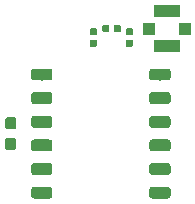
<source format=gtp>
G04 #@! TF.GenerationSoftware,KiCad,Pcbnew,(5.0.1)-3*
G04 #@! TF.CreationDate,2018-12-06T00:17:23+01:00*
G04 #@! TF.ProjectId,air602bob,616972363032626F622E6B696361645F,rev?*
G04 #@! TF.SameCoordinates,Original*
G04 #@! TF.FileFunction,Paste,Top*
G04 #@! TF.FilePolarity,Positive*
%FSLAX46Y46*%
G04 Gerber Fmt 4.6, Leading zero omitted, Abs format (unit mm)*
G04 Created by KiCad (PCBNEW (5.0.1)-3) date 06/12/2018 00:17:23*
%MOMM*%
%LPD*%
G01*
G04 APERTURE LIST*
%ADD10R,2.200000X1.050000*%
%ADD11R,1.000000X1.000000*%
%ADD12C,0.100000*%
%ADD13C,0.950000*%
%ADD14C,0.590000*%
%ADD15C,1.000000*%
G04 APERTURE END LIST*
D10*
G04 #@! TO.C,XA1*
X79248000Y-89965000D03*
X79248000Y-92915000D03*
D11*
X80748000Y-91440000D03*
X77748000Y-91440000D03*
G04 #@! TD*
D12*
G04 #@! TO.C,C3*
G36*
X66300779Y-100681144D02*
X66323834Y-100684563D01*
X66346443Y-100690227D01*
X66368387Y-100698079D01*
X66389457Y-100708044D01*
X66409448Y-100720026D01*
X66428168Y-100733910D01*
X66445438Y-100749562D01*
X66461090Y-100766832D01*
X66474974Y-100785552D01*
X66486956Y-100805543D01*
X66496921Y-100826613D01*
X66504773Y-100848557D01*
X66510437Y-100871166D01*
X66513856Y-100894221D01*
X66515000Y-100917500D01*
X66515000Y-101492500D01*
X66513856Y-101515779D01*
X66510437Y-101538834D01*
X66504773Y-101561443D01*
X66496921Y-101583387D01*
X66486956Y-101604457D01*
X66474974Y-101624448D01*
X66461090Y-101643168D01*
X66445438Y-101660438D01*
X66428168Y-101676090D01*
X66409448Y-101689974D01*
X66389457Y-101701956D01*
X66368387Y-101711921D01*
X66346443Y-101719773D01*
X66323834Y-101725437D01*
X66300779Y-101728856D01*
X66277500Y-101730000D01*
X65802500Y-101730000D01*
X65779221Y-101728856D01*
X65756166Y-101725437D01*
X65733557Y-101719773D01*
X65711613Y-101711921D01*
X65690543Y-101701956D01*
X65670552Y-101689974D01*
X65651832Y-101676090D01*
X65634562Y-101660438D01*
X65618910Y-101643168D01*
X65605026Y-101624448D01*
X65593044Y-101604457D01*
X65583079Y-101583387D01*
X65575227Y-101561443D01*
X65569563Y-101538834D01*
X65566144Y-101515779D01*
X65565000Y-101492500D01*
X65565000Y-100917500D01*
X65566144Y-100894221D01*
X65569563Y-100871166D01*
X65575227Y-100848557D01*
X65583079Y-100826613D01*
X65593044Y-100805543D01*
X65605026Y-100785552D01*
X65618910Y-100766832D01*
X65634562Y-100749562D01*
X65651832Y-100733910D01*
X65670552Y-100720026D01*
X65690543Y-100708044D01*
X65711613Y-100698079D01*
X65733557Y-100690227D01*
X65756166Y-100684563D01*
X65779221Y-100681144D01*
X65802500Y-100680000D01*
X66277500Y-100680000D01*
X66300779Y-100681144D01*
X66300779Y-100681144D01*
G37*
D13*
X66040000Y-101205000D03*
D12*
G36*
X66300779Y-98931144D02*
X66323834Y-98934563D01*
X66346443Y-98940227D01*
X66368387Y-98948079D01*
X66389457Y-98958044D01*
X66409448Y-98970026D01*
X66428168Y-98983910D01*
X66445438Y-98999562D01*
X66461090Y-99016832D01*
X66474974Y-99035552D01*
X66486956Y-99055543D01*
X66496921Y-99076613D01*
X66504773Y-99098557D01*
X66510437Y-99121166D01*
X66513856Y-99144221D01*
X66515000Y-99167500D01*
X66515000Y-99742500D01*
X66513856Y-99765779D01*
X66510437Y-99788834D01*
X66504773Y-99811443D01*
X66496921Y-99833387D01*
X66486956Y-99854457D01*
X66474974Y-99874448D01*
X66461090Y-99893168D01*
X66445438Y-99910438D01*
X66428168Y-99926090D01*
X66409448Y-99939974D01*
X66389457Y-99951956D01*
X66368387Y-99961921D01*
X66346443Y-99969773D01*
X66323834Y-99975437D01*
X66300779Y-99978856D01*
X66277500Y-99980000D01*
X65802500Y-99980000D01*
X65779221Y-99978856D01*
X65756166Y-99975437D01*
X65733557Y-99969773D01*
X65711613Y-99961921D01*
X65690543Y-99951956D01*
X65670552Y-99939974D01*
X65651832Y-99926090D01*
X65634562Y-99910438D01*
X65618910Y-99893168D01*
X65605026Y-99874448D01*
X65593044Y-99854457D01*
X65583079Y-99833387D01*
X65575227Y-99811443D01*
X65569563Y-99788834D01*
X65566144Y-99765779D01*
X65565000Y-99742500D01*
X65565000Y-99167500D01*
X65566144Y-99144221D01*
X65569563Y-99121166D01*
X65575227Y-99098557D01*
X65583079Y-99076613D01*
X65593044Y-99055543D01*
X65605026Y-99035552D01*
X65618910Y-99016832D01*
X65634562Y-98999562D01*
X65651832Y-98983910D01*
X65670552Y-98970026D01*
X65690543Y-98958044D01*
X65711613Y-98948079D01*
X65733557Y-98940227D01*
X65756166Y-98934563D01*
X65779221Y-98931144D01*
X65802500Y-98930000D01*
X66277500Y-98930000D01*
X66300779Y-98931144D01*
X66300779Y-98931144D01*
G37*
D13*
X66040000Y-99455000D03*
G04 #@! TD*
D12*
G04 #@! TO.C,C2*
G36*
X73211958Y-91422710D02*
X73226276Y-91424834D01*
X73240317Y-91428351D01*
X73253946Y-91433228D01*
X73267031Y-91439417D01*
X73279447Y-91446858D01*
X73291073Y-91455481D01*
X73301798Y-91465202D01*
X73311519Y-91475927D01*
X73320142Y-91487553D01*
X73327583Y-91499969D01*
X73333772Y-91513054D01*
X73338649Y-91526683D01*
X73342166Y-91540724D01*
X73344290Y-91555042D01*
X73345000Y-91569500D01*
X73345000Y-91864500D01*
X73344290Y-91878958D01*
X73342166Y-91893276D01*
X73338649Y-91907317D01*
X73333772Y-91920946D01*
X73327583Y-91934031D01*
X73320142Y-91946447D01*
X73311519Y-91958073D01*
X73301798Y-91968798D01*
X73291073Y-91978519D01*
X73279447Y-91987142D01*
X73267031Y-91994583D01*
X73253946Y-92000772D01*
X73240317Y-92005649D01*
X73226276Y-92009166D01*
X73211958Y-92011290D01*
X73197500Y-92012000D01*
X72852500Y-92012000D01*
X72838042Y-92011290D01*
X72823724Y-92009166D01*
X72809683Y-92005649D01*
X72796054Y-92000772D01*
X72782969Y-91994583D01*
X72770553Y-91987142D01*
X72758927Y-91978519D01*
X72748202Y-91968798D01*
X72738481Y-91958073D01*
X72729858Y-91946447D01*
X72722417Y-91934031D01*
X72716228Y-91920946D01*
X72711351Y-91907317D01*
X72707834Y-91893276D01*
X72705710Y-91878958D01*
X72705000Y-91864500D01*
X72705000Y-91569500D01*
X72705710Y-91555042D01*
X72707834Y-91540724D01*
X72711351Y-91526683D01*
X72716228Y-91513054D01*
X72722417Y-91499969D01*
X72729858Y-91487553D01*
X72738481Y-91475927D01*
X72748202Y-91465202D01*
X72758927Y-91455481D01*
X72770553Y-91446858D01*
X72782969Y-91439417D01*
X72796054Y-91433228D01*
X72809683Y-91428351D01*
X72823724Y-91424834D01*
X72838042Y-91422710D01*
X72852500Y-91422000D01*
X73197500Y-91422000D01*
X73211958Y-91422710D01*
X73211958Y-91422710D01*
G37*
D14*
X73025000Y-91717000D03*
D12*
G36*
X73211958Y-92392710D02*
X73226276Y-92394834D01*
X73240317Y-92398351D01*
X73253946Y-92403228D01*
X73267031Y-92409417D01*
X73279447Y-92416858D01*
X73291073Y-92425481D01*
X73301798Y-92435202D01*
X73311519Y-92445927D01*
X73320142Y-92457553D01*
X73327583Y-92469969D01*
X73333772Y-92483054D01*
X73338649Y-92496683D01*
X73342166Y-92510724D01*
X73344290Y-92525042D01*
X73345000Y-92539500D01*
X73345000Y-92834500D01*
X73344290Y-92848958D01*
X73342166Y-92863276D01*
X73338649Y-92877317D01*
X73333772Y-92890946D01*
X73327583Y-92904031D01*
X73320142Y-92916447D01*
X73311519Y-92928073D01*
X73301798Y-92938798D01*
X73291073Y-92948519D01*
X73279447Y-92957142D01*
X73267031Y-92964583D01*
X73253946Y-92970772D01*
X73240317Y-92975649D01*
X73226276Y-92979166D01*
X73211958Y-92981290D01*
X73197500Y-92982000D01*
X72852500Y-92982000D01*
X72838042Y-92981290D01*
X72823724Y-92979166D01*
X72809683Y-92975649D01*
X72796054Y-92970772D01*
X72782969Y-92964583D01*
X72770553Y-92957142D01*
X72758927Y-92948519D01*
X72748202Y-92938798D01*
X72738481Y-92928073D01*
X72729858Y-92916447D01*
X72722417Y-92904031D01*
X72716228Y-92890946D01*
X72711351Y-92877317D01*
X72707834Y-92863276D01*
X72705710Y-92848958D01*
X72705000Y-92834500D01*
X72705000Y-92539500D01*
X72705710Y-92525042D01*
X72707834Y-92510724D01*
X72711351Y-92496683D01*
X72716228Y-92483054D01*
X72722417Y-92469969D01*
X72729858Y-92457553D01*
X72738481Y-92445927D01*
X72748202Y-92435202D01*
X72758927Y-92425481D01*
X72770553Y-92416858D01*
X72782969Y-92409417D01*
X72796054Y-92403228D01*
X72809683Y-92398351D01*
X72823724Y-92394834D01*
X72838042Y-92392710D01*
X72852500Y-92392000D01*
X73197500Y-92392000D01*
X73211958Y-92392710D01*
X73211958Y-92392710D01*
G37*
D14*
X73025000Y-92687000D03*
G04 #@! TD*
D12*
G04 #@! TO.C,C1*
G36*
X76259958Y-92392710D02*
X76274276Y-92394834D01*
X76288317Y-92398351D01*
X76301946Y-92403228D01*
X76315031Y-92409417D01*
X76327447Y-92416858D01*
X76339073Y-92425481D01*
X76349798Y-92435202D01*
X76359519Y-92445927D01*
X76368142Y-92457553D01*
X76375583Y-92469969D01*
X76381772Y-92483054D01*
X76386649Y-92496683D01*
X76390166Y-92510724D01*
X76392290Y-92525042D01*
X76393000Y-92539500D01*
X76393000Y-92834500D01*
X76392290Y-92848958D01*
X76390166Y-92863276D01*
X76386649Y-92877317D01*
X76381772Y-92890946D01*
X76375583Y-92904031D01*
X76368142Y-92916447D01*
X76359519Y-92928073D01*
X76349798Y-92938798D01*
X76339073Y-92948519D01*
X76327447Y-92957142D01*
X76315031Y-92964583D01*
X76301946Y-92970772D01*
X76288317Y-92975649D01*
X76274276Y-92979166D01*
X76259958Y-92981290D01*
X76245500Y-92982000D01*
X75900500Y-92982000D01*
X75886042Y-92981290D01*
X75871724Y-92979166D01*
X75857683Y-92975649D01*
X75844054Y-92970772D01*
X75830969Y-92964583D01*
X75818553Y-92957142D01*
X75806927Y-92948519D01*
X75796202Y-92938798D01*
X75786481Y-92928073D01*
X75777858Y-92916447D01*
X75770417Y-92904031D01*
X75764228Y-92890946D01*
X75759351Y-92877317D01*
X75755834Y-92863276D01*
X75753710Y-92848958D01*
X75753000Y-92834500D01*
X75753000Y-92539500D01*
X75753710Y-92525042D01*
X75755834Y-92510724D01*
X75759351Y-92496683D01*
X75764228Y-92483054D01*
X75770417Y-92469969D01*
X75777858Y-92457553D01*
X75786481Y-92445927D01*
X75796202Y-92435202D01*
X75806927Y-92425481D01*
X75818553Y-92416858D01*
X75830969Y-92409417D01*
X75844054Y-92403228D01*
X75857683Y-92398351D01*
X75871724Y-92394834D01*
X75886042Y-92392710D01*
X75900500Y-92392000D01*
X76245500Y-92392000D01*
X76259958Y-92392710D01*
X76259958Y-92392710D01*
G37*
D14*
X76073000Y-92687000D03*
D12*
G36*
X76259958Y-91422710D02*
X76274276Y-91424834D01*
X76288317Y-91428351D01*
X76301946Y-91433228D01*
X76315031Y-91439417D01*
X76327447Y-91446858D01*
X76339073Y-91455481D01*
X76349798Y-91465202D01*
X76359519Y-91475927D01*
X76368142Y-91487553D01*
X76375583Y-91499969D01*
X76381772Y-91513054D01*
X76386649Y-91526683D01*
X76390166Y-91540724D01*
X76392290Y-91555042D01*
X76393000Y-91569500D01*
X76393000Y-91864500D01*
X76392290Y-91878958D01*
X76390166Y-91893276D01*
X76386649Y-91907317D01*
X76381772Y-91920946D01*
X76375583Y-91934031D01*
X76368142Y-91946447D01*
X76359519Y-91958073D01*
X76349798Y-91968798D01*
X76339073Y-91978519D01*
X76327447Y-91987142D01*
X76315031Y-91994583D01*
X76301946Y-92000772D01*
X76288317Y-92005649D01*
X76274276Y-92009166D01*
X76259958Y-92011290D01*
X76245500Y-92012000D01*
X75900500Y-92012000D01*
X75886042Y-92011290D01*
X75871724Y-92009166D01*
X75857683Y-92005649D01*
X75844054Y-92000772D01*
X75830969Y-91994583D01*
X75818553Y-91987142D01*
X75806927Y-91978519D01*
X75796202Y-91968798D01*
X75786481Y-91958073D01*
X75777858Y-91946447D01*
X75770417Y-91934031D01*
X75764228Y-91920946D01*
X75759351Y-91907317D01*
X75755834Y-91893276D01*
X75753710Y-91878958D01*
X75753000Y-91864500D01*
X75753000Y-91569500D01*
X75753710Y-91555042D01*
X75755834Y-91540724D01*
X75759351Y-91526683D01*
X75764228Y-91513054D01*
X75770417Y-91499969D01*
X75777858Y-91487553D01*
X75786481Y-91475927D01*
X75796202Y-91465202D01*
X75806927Y-91455481D01*
X75818553Y-91446858D01*
X75830969Y-91439417D01*
X75844054Y-91433228D01*
X75857683Y-91428351D01*
X75871724Y-91424834D01*
X75886042Y-91422710D01*
X75900500Y-91422000D01*
X76245500Y-91422000D01*
X76259958Y-91422710D01*
X76259958Y-91422710D01*
G37*
D14*
X76073000Y-91717000D03*
G04 #@! TD*
D12*
G04 #@! TO.C,L1*
G36*
X75218958Y-91120710D02*
X75233276Y-91122834D01*
X75247317Y-91126351D01*
X75260946Y-91131228D01*
X75274031Y-91137417D01*
X75286447Y-91144858D01*
X75298073Y-91153481D01*
X75308798Y-91163202D01*
X75318519Y-91173927D01*
X75327142Y-91185553D01*
X75334583Y-91197969D01*
X75340772Y-91211054D01*
X75345649Y-91224683D01*
X75349166Y-91238724D01*
X75351290Y-91253042D01*
X75352000Y-91267500D01*
X75352000Y-91612500D01*
X75351290Y-91626958D01*
X75349166Y-91641276D01*
X75345649Y-91655317D01*
X75340772Y-91668946D01*
X75334583Y-91682031D01*
X75327142Y-91694447D01*
X75318519Y-91706073D01*
X75308798Y-91716798D01*
X75298073Y-91726519D01*
X75286447Y-91735142D01*
X75274031Y-91742583D01*
X75260946Y-91748772D01*
X75247317Y-91753649D01*
X75233276Y-91757166D01*
X75218958Y-91759290D01*
X75204500Y-91760000D01*
X74909500Y-91760000D01*
X74895042Y-91759290D01*
X74880724Y-91757166D01*
X74866683Y-91753649D01*
X74853054Y-91748772D01*
X74839969Y-91742583D01*
X74827553Y-91735142D01*
X74815927Y-91726519D01*
X74805202Y-91716798D01*
X74795481Y-91706073D01*
X74786858Y-91694447D01*
X74779417Y-91682031D01*
X74773228Y-91668946D01*
X74768351Y-91655317D01*
X74764834Y-91641276D01*
X74762710Y-91626958D01*
X74762000Y-91612500D01*
X74762000Y-91267500D01*
X74762710Y-91253042D01*
X74764834Y-91238724D01*
X74768351Y-91224683D01*
X74773228Y-91211054D01*
X74779417Y-91197969D01*
X74786858Y-91185553D01*
X74795481Y-91173927D01*
X74805202Y-91163202D01*
X74815927Y-91153481D01*
X74827553Y-91144858D01*
X74839969Y-91137417D01*
X74853054Y-91131228D01*
X74866683Y-91126351D01*
X74880724Y-91122834D01*
X74895042Y-91120710D01*
X74909500Y-91120000D01*
X75204500Y-91120000D01*
X75218958Y-91120710D01*
X75218958Y-91120710D01*
G37*
D14*
X75057000Y-91440000D03*
D12*
G36*
X74248958Y-91120710D02*
X74263276Y-91122834D01*
X74277317Y-91126351D01*
X74290946Y-91131228D01*
X74304031Y-91137417D01*
X74316447Y-91144858D01*
X74328073Y-91153481D01*
X74338798Y-91163202D01*
X74348519Y-91173927D01*
X74357142Y-91185553D01*
X74364583Y-91197969D01*
X74370772Y-91211054D01*
X74375649Y-91224683D01*
X74379166Y-91238724D01*
X74381290Y-91253042D01*
X74382000Y-91267500D01*
X74382000Y-91612500D01*
X74381290Y-91626958D01*
X74379166Y-91641276D01*
X74375649Y-91655317D01*
X74370772Y-91668946D01*
X74364583Y-91682031D01*
X74357142Y-91694447D01*
X74348519Y-91706073D01*
X74338798Y-91716798D01*
X74328073Y-91726519D01*
X74316447Y-91735142D01*
X74304031Y-91742583D01*
X74290946Y-91748772D01*
X74277317Y-91753649D01*
X74263276Y-91757166D01*
X74248958Y-91759290D01*
X74234500Y-91760000D01*
X73939500Y-91760000D01*
X73925042Y-91759290D01*
X73910724Y-91757166D01*
X73896683Y-91753649D01*
X73883054Y-91748772D01*
X73869969Y-91742583D01*
X73857553Y-91735142D01*
X73845927Y-91726519D01*
X73835202Y-91716798D01*
X73825481Y-91706073D01*
X73816858Y-91694447D01*
X73809417Y-91682031D01*
X73803228Y-91668946D01*
X73798351Y-91655317D01*
X73794834Y-91641276D01*
X73792710Y-91626958D01*
X73792000Y-91612500D01*
X73792000Y-91267500D01*
X73792710Y-91253042D01*
X73794834Y-91238724D01*
X73798351Y-91224683D01*
X73803228Y-91211054D01*
X73809417Y-91197969D01*
X73816858Y-91185553D01*
X73825481Y-91173927D01*
X73835202Y-91163202D01*
X73845927Y-91153481D01*
X73857553Y-91144858D01*
X73869969Y-91137417D01*
X73883054Y-91131228D01*
X73896683Y-91126351D01*
X73910724Y-91122834D01*
X73925042Y-91120710D01*
X73939500Y-91120000D01*
X74234500Y-91120000D01*
X74248958Y-91120710D01*
X74248958Y-91120710D01*
G37*
D14*
X74087000Y-91440000D03*
G04 #@! TD*
D12*
G04 #@! TO.C,U1*
G36*
X69334504Y-94831204D02*
X69358773Y-94834804D01*
X69382571Y-94840765D01*
X69405671Y-94849030D01*
X69427849Y-94859520D01*
X69448893Y-94872133D01*
X69468598Y-94886747D01*
X69486777Y-94903223D01*
X69503253Y-94921402D01*
X69517867Y-94941107D01*
X69530480Y-94962151D01*
X69540970Y-94984329D01*
X69549235Y-95007429D01*
X69555196Y-95031227D01*
X69558796Y-95055496D01*
X69560000Y-95080000D01*
X69560000Y-95580000D01*
X69558796Y-95604504D01*
X69555196Y-95628773D01*
X69549235Y-95652571D01*
X69540970Y-95675671D01*
X69530480Y-95697849D01*
X69517867Y-95718893D01*
X69503253Y-95738598D01*
X69486777Y-95756777D01*
X69468598Y-95773253D01*
X69448893Y-95787867D01*
X69427849Y-95800480D01*
X69405671Y-95810970D01*
X69382571Y-95819235D01*
X69358773Y-95825196D01*
X69334504Y-95828796D01*
X69310000Y-95830000D01*
X68010000Y-95830000D01*
X67985496Y-95828796D01*
X67961227Y-95825196D01*
X67937429Y-95819235D01*
X67914329Y-95810970D01*
X67892151Y-95800480D01*
X67871107Y-95787867D01*
X67851402Y-95773253D01*
X67833223Y-95756777D01*
X67816747Y-95738598D01*
X67802133Y-95718893D01*
X67789520Y-95697849D01*
X67779030Y-95675671D01*
X67770765Y-95652571D01*
X67764804Y-95628773D01*
X67761204Y-95604504D01*
X67760000Y-95580000D01*
X67760000Y-95080000D01*
X67761204Y-95055496D01*
X67764804Y-95031227D01*
X67770765Y-95007429D01*
X67779030Y-94984329D01*
X67789520Y-94962151D01*
X67802133Y-94941107D01*
X67816747Y-94921402D01*
X67833223Y-94903223D01*
X67851402Y-94886747D01*
X67871107Y-94872133D01*
X67892151Y-94859520D01*
X67914329Y-94849030D01*
X67937429Y-94840765D01*
X67961227Y-94834804D01*
X67985496Y-94831204D01*
X68010000Y-94830000D01*
X69310000Y-94830000D01*
X69334504Y-94831204D01*
X69334504Y-94831204D01*
G37*
D15*
X68660000Y-95330000D03*
D12*
G36*
X69334504Y-96831204D02*
X69358773Y-96834804D01*
X69382571Y-96840765D01*
X69405671Y-96849030D01*
X69427849Y-96859520D01*
X69448893Y-96872133D01*
X69468598Y-96886747D01*
X69486777Y-96903223D01*
X69503253Y-96921402D01*
X69517867Y-96941107D01*
X69530480Y-96962151D01*
X69540970Y-96984329D01*
X69549235Y-97007429D01*
X69555196Y-97031227D01*
X69558796Y-97055496D01*
X69560000Y-97080000D01*
X69560000Y-97580000D01*
X69558796Y-97604504D01*
X69555196Y-97628773D01*
X69549235Y-97652571D01*
X69540970Y-97675671D01*
X69530480Y-97697849D01*
X69517867Y-97718893D01*
X69503253Y-97738598D01*
X69486777Y-97756777D01*
X69468598Y-97773253D01*
X69448893Y-97787867D01*
X69427849Y-97800480D01*
X69405671Y-97810970D01*
X69382571Y-97819235D01*
X69358773Y-97825196D01*
X69334504Y-97828796D01*
X69310000Y-97830000D01*
X68010000Y-97830000D01*
X67985496Y-97828796D01*
X67961227Y-97825196D01*
X67937429Y-97819235D01*
X67914329Y-97810970D01*
X67892151Y-97800480D01*
X67871107Y-97787867D01*
X67851402Y-97773253D01*
X67833223Y-97756777D01*
X67816747Y-97738598D01*
X67802133Y-97718893D01*
X67789520Y-97697849D01*
X67779030Y-97675671D01*
X67770765Y-97652571D01*
X67764804Y-97628773D01*
X67761204Y-97604504D01*
X67760000Y-97580000D01*
X67760000Y-97080000D01*
X67761204Y-97055496D01*
X67764804Y-97031227D01*
X67770765Y-97007429D01*
X67779030Y-96984329D01*
X67789520Y-96962151D01*
X67802133Y-96941107D01*
X67816747Y-96921402D01*
X67833223Y-96903223D01*
X67851402Y-96886747D01*
X67871107Y-96872133D01*
X67892151Y-96859520D01*
X67914329Y-96849030D01*
X67937429Y-96840765D01*
X67961227Y-96834804D01*
X67985496Y-96831204D01*
X68010000Y-96830000D01*
X69310000Y-96830000D01*
X69334504Y-96831204D01*
X69334504Y-96831204D01*
G37*
D15*
X68660000Y-97330000D03*
D12*
G36*
X69334504Y-98831204D02*
X69358773Y-98834804D01*
X69382571Y-98840765D01*
X69405671Y-98849030D01*
X69427849Y-98859520D01*
X69448893Y-98872133D01*
X69468598Y-98886747D01*
X69486777Y-98903223D01*
X69503253Y-98921402D01*
X69517867Y-98941107D01*
X69530480Y-98962151D01*
X69540970Y-98984329D01*
X69549235Y-99007429D01*
X69555196Y-99031227D01*
X69558796Y-99055496D01*
X69560000Y-99080000D01*
X69560000Y-99580000D01*
X69558796Y-99604504D01*
X69555196Y-99628773D01*
X69549235Y-99652571D01*
X69540970Y-99675671D01*
X69530480Y-99697849D01*
X69517867Y-99718893D01*
X69503253Y-99738598D01*
X69486777Y-99756777D01*
X69468598Y-99773253D01*
X69448893Y-99787867D01*
X69427849Y-99800480D01*
X69405671Y-99810970D01*
X69382571Y-99819235D01*
X69358773Y-99825196D01*
X69334504Y-99828796D01*
X69310000Y-99830000D01*
X68010000Y-99830000D01*
X67985496Y-99828796D01*
X67961227Y-99825196D01*
X67937429Y-99819235D01*
X67914329Y-99810970D01*
X67892151Y-99800480D01*
X67871107Y-99787867D01*
X67851402Y-99773253D01*
X67833223Y-99756777D01*
X67816747Y-99738598D01*
X67802133Y-99718893D01*
X67789520Y-99697849D01*
X67779030Y-99675671D01*
X67770765Y-99652571D01*
X67764804Y-99628773D01*
X67761204Y-99604504D01*
X67760000Y-99580000D01*
X67760000Y-99080000D01*
X67761204Y-99055496D01*
X67764804Y-99031227D01*
X67770765Y-99007429D01*
X67779030Y-98984329D01*
X67789520Y-98962151D01*
X67802133Y-98941107D01*
X67816747Y-98921402D01*
X67833223Y-98903223D01*
X67851402Y-98886747D01*
X67871107Y-98872133D01*
X67892151Y-98859520D01*
X67914329Y-98849030D01*
X67937429Y-98840765D01*
X67961227Y-98834804D01*
X67985496Y-98831204D01*
X68010000Y-98830000D01*
X69310000Y-98830000D01*
X69334504Y-98831204D01*
X69334504Y-98831204D01*
G37*
D15*
X68660000Y-99330000D03*
D12*
G36*
X69334504Y-100831204D02*
X69358773Y-100834804D01*
X69382571Y-100840765D01*
X69405671Y-100849030D01*
X69427849Y-100859520D01*
X69448893Y-100872133D01*
X69468598Y-100886747D01*
X69486777Y-100903223D01*
X69503253Y-100921402D01*
X69517867Y-100941107D01*
X69530480Y-100962151D01*
X69540970Y-100984329D01*
X69549235Y-101007429D01*
X69555196Y-101031227D01*
X69558796Y-101055496D01*
X69560000Y-101080000D01*
X69560000Y-101580000D01*
X69558796Y-101604504D01*
X69555196Y-101628773D01*
X69549235Y-101652571D01*
X69540970Y-101675671D01*
X69530480Y-101697849D01*
X69517867Y-101718893D01*
X69503253Y-101738598D01*
X69486777Y-101756777D01*
X69468598Y-101773253D01*
X69448893Y-101787867D01*
X69427849Y-101800480D01*
X69405671Y-101810970D01*
X69382571Y-101819235D01*
X69358773Y-101825196D01*
X69334504Y-101828796D01*
X69310000Y-101830000D01*
X68010000Y-101830000D01*
X67985496Y-101828796D01*
X67961227Y-101825196D01*
X67937429Y-101819235D01*
X67914329Y-101810970D01*
X67892151Y-101800480D01*
X67871107Y-101787867D01*
X67851402Y-101773253D01*
X67833223Y-101756777D01*
X67816747Y-101738598D01*
X67802133Y-101718893D01*
X67789520Y-101697849D01*
X67779030Y-101675671D01*
X67770765Y-101652571D01*
X67764804Y-101628773D01*
X67761204Y-101604504D01*
X67760000Y-101580000D01*
X67760000Y-101080000D01*
X67761204Y-101055496D01*
X67764804Y-101031227D01*
X67770765Y-101007429D01*
X67779030Y-100984329D01*
X67789520Y-100962151D01*
X67802133Y-100941107D01*
X67816747Y-100921402D01*
X67833223Y-100903223D01*
X67851402Y-100886747D01*
X67871107Y-100872133D01*
X67892151Y-100859520D01*
X67914329Y-100849030D01*
X67937429Y-100840765D01*
X67961227Y-100834804D01*
X67985496Y-100831204D01*
X68010000Y-100830000D01*
X69310000Y-100830000D01*
X69334504Y-100831204D01*
X69334504Y-100831204D01*
G37*
D15*
X68660000Y-101330000D03*
D12*
G36*
X69334504Y-102831204D02*
X69358773Y-102834804D01*
X69382571Y-102840765D01*
X69405671Y-102849030D01*
X69427849Y-102859520D01*
X69448893Y-102872133D01*
X69468598Y-102886747D01*
X69486777Y-102903223D01*
X69503253Y-102921402D01*
X69517867Y-102941107D01*
X69530480Y-102962151D01*
X69540970Y-102984329D01*
X69549235Y-103007429D01*
X69555196Y-103031227D01*
X69558796Y-103055496D01*
X69560000Y-103080000D01*
X69560000Y-103580000D01*
X69558796Y-103604504D01*
X69555196Y-103628773D01*
X69549235Y-103652571D01*
X69540970Y-103675671D01*
X69530480Y-103697849D01*
X69517867Y-103718893D01*
X69503253Y-103738598D01*
X69486777Y-103756777D01*
X69468598Y-103773253D01*
X69448893Y-103787867D01*
X69427849Y-103800480D01*
X69405671Y-103810970D01*
X69382571Y-103819235D01*
X69358773Y-103825196D01*
X69334504Y-103828796D01*
X69310000Y-103830000D01*
X68010000Y-103830000D01*
X67985496Y-103828796D01*
X67961227Y-103825196D01*
X67937429Y-103819235D01*
X67914329Y-103810970D01*
X67892151Y-103800480D01*
X67871107Y-103787867D01*
X67851402Y-103773253D01*
X67833223Y-103756777D01*
X67816747Y-103738598D01*
X67802133Y-103718893D01*
X67789520Y-103697849D01*
X67779030Y-103675671D01*
X67770765Y-103652571D01*
X67764804Y-103628773D01*
X67761204Y-103604504D01*
X67760000Y-103580000D01*
X67760000Y-103080000D01*
X67761204Y-103055496D01*
X67764804Y-103031227D01*
X67770765Y-103007429D01*
X67779030Y-102984329D01*
X67789520Y-102962151D01*
X67802133Y-102941107D01*
X67816747Y-102921402D01*
X67833223Y-102903223D01*
X67851402Y-102886747D01*
X67871107Y-102872133D01*
X67892151Y-102859520D01*
X67914329Y-102849030D01*
X67937429Y-102840765D01*
X67961227Y-102834804D01*
X67985496Y-102831204D01*
X68010000Y-102830000D01*
X69310000Y-102830000D01*
X69334504Y-102831204D01*
X69334504Y-102831204D01*
G37*
D15*
X68660000Y-103330000D03*
D12*
G36*
X69334504Y-104831204D02*
X69358773Y-104834804D01*
X69382571Y-104840765D01*
X69405671Y-104849030D01*
X69427849Y-104859520D01*
X69448893Y-104872133D01*
X69468598Y-104886747D01*
X69486777Y-104903223D01*
X69503253Y-104921402D01*
X69517867Y-104941107D01*
X69530480Y-104962151D01*
X69540970Y-104984329D01*
X69549235Y-105007429D01*
X69555196Y-105031227D01*
X69558796Y-105055496D01*
X69560000Y-105080000D01*
X69560000Y-105580000D01*
X69558796Y-105604504D01*
X69555196Y-105628773D01*
X69549235Y-105652571D01*
X69540970Y-105675671D01*
X69530480Y-105697849D01*
X69517867Y-105718893D01*
X69503253Y-105738598D01*
X69486777Y-105756777D01*
X69468598Y-105773253D01*
X69448893Y-105787867D01*
X69427849Y-105800480D01*
X69405671Y-105810970D01*
X69382571Y-105819235D01*
X69358773Y-105825196D01*
X69334504Y-105828796D01*
X69310000Y-105830000D01*
X68010000Y-105830000D01*
X67985496Y-105828796D01*
X67961227Y-105825196D01*
X67937429Y-105819235D01*
X67914329Y-105810970D01*
X67892151Y-105800480D01*
X67871107Y-105787867D01*
X67851402Y-105773253D01*
X67833223Y-105756777D01*
X67816747Y-105738598D01*
X67802133Y-105718893D01*
X67789520Y-105697849D01*
X67779030Y-105675671D01*
X67770765Y-105652571D01*
X67764804Y-105628773D01*
X67761204Y-105604504D01*
X67760000Y-105580000D01*
X67760000Y-105080000D01*
X67761204Y-105055496D01*
X67764804Y-105031227D01*
X67770765Y-105007429D01*
X67779030Y-104984329D01*
X67789520Y-104962151D01*
X67802133Y-104941107D01*
X67816747Y-104921402D01*
X67833223Y-104903223D01*
X67851402Y-104886747D01*
X67871107Y-104872133D01*
X67892151Y-104859520D01*
X67914329Y-104849030D01*
X67937429Y-104840765D01*
X67961227Y-104834804D01*
X67985496Y-104831204D01*
X68010000Y-104830000D01*
X69310000Y-104830000D01*
X69334504Y-104831204D01*
X69334504Y-104831204D01*
G37*
D15*
X68660000Y-105330000D03*
D12*
G36*
X79334504Y-102831204D02*
X79358773Y-102834804D01*
X79382571Y-102840765D01*
X79405671Y-102849030D01*
X79427849Y-102859520D01*
X79448893Y-102872133D01*
X79468598Y-102886747D01*
X79486777Y-102903223D01*
X79503253Y-102921402D01*
X79517867Y-102941107D01*
X79530480Y-102962151D01*
X79540970Y-102984329D01*
X79549235Y-103007429D01*
X79555196Y-103031227D01*
X79558796Y-103055496D01*
X79560000Y-103080000D01*
X79560000Y-103580000D01*
X79558796Y-103604504D01*
X79555196Y-103628773D01*
X79549235Y-103652571D01*
X79540970Y-103675671D01*
X79530480Y-103697849D01*
X79517867Y-103718893D01*
X79503253Y-103738598D01*
X79486777Y-103756777D01*
X79468598Y-103773253D01*
X79448893Y-103787867D01*
X79427849Y-103800480D01*
X79405671Y-103810970D01*
X79382571Y-103819235D01*
X79358773Y-103825196D01*
X79334504Y-103828796D01*
X79310000Y-103830000D01*
X78010000Y-103830000D01*
X77985496Y-103828796D01*
X77961227Y-103825196D01*
X77937429Y-103819235D01*
X77914329Y-103810970D01*
X77892151Y-103800480D01*
X77871107Y-103787867D01*
X77851402Y-103773253D01*
X77833223Y-103756777D01*
X77816747Y-103738598D01*
X77802133Y-103718893D01*
X77789520Y-103697849D01*
X77779030Y-103675671D01*
X77770765Y-103652571D01*
X77764804Y-103628773D01*
X77761204Y-103604504D01*
X77760000Y-103580000D01*
X77760000Y-103080000D01*
X77761204Y-103055496D01*
X77764804Y-103031227D01*
X77770765Y-103007429D01*
X77779030Y-102984329D01*
X77789520Y-102962151D01*
X77802133Y-102941107D01*
X77816747Y-102921402D01*
X77833223Y-102903223D01*
X77851402Y-102886747D01*
X77871107Y-102872133D01*
X77892151Y-102859520D01*
X77914329Y-102849030D01*
X77937429Y-102840765D01*
X77961227Y-102834804D01*
X77985496Y-102831204D01*
X78010000Y-102830000D01*
X79310000Y-102830000D01*
X79334504Y-102831204D01*
X79334504Y-102831204D01*
G37*
D15*
X78660000Y-103330000D03*
D12*
G36*
X79334504Y-100831204D02*
X79358773Y-100834804D01*
X79382571Y-100840765D01*
X79405671Y-100849030D01*
X79427849Y-100859520D01*
X79448893Y-100872133D01*
X79468598Y-100886747D01*
X79486777Y-100903223D01*
X79503253Y-100921402D01*
X79517867Y-100941107D01*
X79530480Y-100962151D01*
X79540970Y-100984329D01*
X79549235Y-101007429D01*
X79555196Y-101031227D01*
X79558796Y-101055496D01*
X79560000Y-101080000D01*
X79560000Y-101580000D01*
X79558796Y-101604504D01*
X79555196Y-101628773D01*
X79549235Y-101652571D01*
X79540970Y-101675671D01*
X79530480Y-101697849D01*
X79517867Y-101718893D01*
X79503253Y-101738598D01*
X79486777Y-101756777D01*
X79468598Y-101773253D01*
X79448893Y-101787867D01*
X79427849Y-101800480D01*
X79405671Y-101810970D01*
X79382571Y-101819235D01*
X79358773Y-101825196D01*
X79334504Y-101828796D01*
X79310000Y-101830000D01*
X78010000Y-101830000D01*
X77985496Y-101828796D01*
X77961227Y-101825196D01*
X77937429Y-101819235D01*
X77914329Y-101810970D01*
X77892151Y-101800480D01*
X77871107Y-101787867D01*
X77851402Y-101773253D01*
X77833223Y-101756777D01*
X77816747Y-101738598D01*
X77802133Y-101718893D01*
X77789520Y-101697849D01*
X77779030Y-101675671D01*
X77770765Y-101652571D01*
X77764804Y-101628773D01*
X77761204Y-101604504D01*
X77760000Y-101580000D01*
X77760000Y-101080000D01*
X77761204Y-101055496D01*
X77764804Y-101031227D01*
X77770765Y-101007429D01*
X77779030Y-100984329D01*
X77789520Y-100962151D01*
X77802133Y-100941107D01*
X77816747Y-100921402D01*
X77833223Y-100903223D01*
X77851402Y-100886747D01*
X77871107Y-100872133D01*
X77892151Y-100859520D01*
X77914329Y-100849030D01*
X77937429Y-100840765D01*
X77961227Y-100834804D01*
X77985496Y-100831204D01*
X78010000Y-100830000D01*
X79310000Y-100830000D01*
X79334504Y-100831204D01*
X79334504Y-100831204D01*
G37*
D15*
X78660000Y-101330000D03*
D12*
G36*
X79334504Y-104831204D02*
X79358773Y-104834804D01*
X79382571Y-104840765D01*
X79405671Y-104849030D01*
X79427849Y-104859520D01*
X79448893Y-104872133D01*
X79468598Y-104886747D01*
X79486777Y-104903223D01*
X79503253Y-104921402D01*
X79517867Y-104941107D01*
X79530480Y-104962151D01*
X79540970Y-104984329D01*
X79549235Y-105007429D01*
X79555196Y-105031227D01*
X79558796Y-105055496D01*
X79560000Y-105080000D01*
X79560000Y-105580000D01*
X79558796Y-105604504D01*
X79555196Y-105628773D01*
X79549235Y-105652571D01*
X79540970Y-105675671D01*
X79530480Y-105697849D01*
X79517867Y-105718893D01*
X79503253Y-105738598D01*
X79486777Y-105756777D01*
X79468598Y-105773253D01*
X79448893Y-105787867D01*
X79427849Y-105800480D01*
X79405671Y-105810970D01*
X79382571Y-105819235D01*
X79358773Y-105825196D01*
X79334504Y-105828796D01*
X79310000Y-105830000D01*
X78010000Y-105830000D01*
X77985496Y-105828796D01*
X77961227Y-105825196D01*
X77937429Y-105819235D01*
X77914329Y-105810970D01*
X77892151Y-105800480D01*
X77871107Y-105787867D01*
X77851402Y-105773253D01*
X77833223Y-105756777D01*
X77816747Y-105738598D01*
X77802133Y-105718893D01*
X77789520Y-105697849D01*
X77779030Y-105675671D01*
X77770765Y-105652571D01*
X77764804Y-105628773D01*
X77761204Y-105604504D01*
X77760000Y-105580000D01*
X77760000Y-105080000D01*
X77761204Y-105055496D01*
X77764804Y-105031227D01*
X77770765Y-105007429D01*
X77779030Y-104984329D01*
X77789520Y-104962151D01*
X77802133Y-104941107D01*
X77816747Y-104921402D01*
X77833223Y-104903223D01*
X77851402Y-104886747D01*
X77871107Y-104872133D01*
X77892151Y-104859520D01*
X77914329Y-104849030D01*
X77937429Y-104840765D01*
X77961227Y-104834804D01*
X77985496Y-104831204D01*
X78010000Y-104830000D01*
X79310000Y-104830000D01*
X79334504Y-104831204D01*
X79334504Y-104831204D01*
G37*
D15*
X78660000Y-105330000D03*
D12*
G36*
X79334504Y-96831204D02*
X79358773Y-96834804D01*
X79382571Y-96840765D01*
X79405671Y-96849030D01*
X79427849Y-96859520D01*
X79448893Y-96872133D01*
X79468598Y-96886747D01*
X79486777Y-96903223D01*
X79503253Y-96921402D01*
X79517867Y-96941107D01*
X79530480Y-96962151D01*
X79540970Y-96984329D01*
X79549235Y-97007429D01*
X79555196Y-97031227D01*
X79558796Y-97055496D01*
X79560000Y-97080000D01*
X79560000Y-97580000D01*
X79558796Y-97604504D01*
X79555196Y-97628773D01*
X79549235Y-97652571D01*
X79540970Y-97675671D01*
X79530480Y-97697849D01*
X79517867Y-97718893D01*
X79503253Y-97738598D01*
X79486777Y-97756777D01*
X79468598Y-97773253D01*
X79448893Y-97787867D01*
X79427849Y-97800480D01*
X79405671Y-97810970D01*
X79382571Y-97819235D01*
X79358773Y-97825196D01*
X79334504Y-97828796D01*
X79310000Y-97830000D01*
X78010000Y-97830000D01*
X77985496Y-97828796D01*
X77961227Y-97825196D01*
X77937429Y-97819235D01*
X77914329Y-97810970D01*
X77892151Y-97800480D01*
X77871107Y-97787867D01*
X77851402Y-97773253D01*
X77833223Y-97756777D01*
X77816747Y-97738598D01*
X77802133Y-97718893D01*
X77789520Y-97697849D01*
X77779030Y-97675671D01*
X77770765Y-97652571D01*
X77764804Y-97628773D01*
X77761204Y-97604504D01*
X77760000Y-97580000D01*
X77760000Y-97080000D01*
X77761204Y-97055496D01*
X77764804Y-97031227D01*
X77770765Y-97007429D01*
X77779030Y-96984329D01*
X77789520Y-96962151D01*
X77802133Y-96941107D01*
X77816747Y-96921402D01*
X77833223Y-96903223D01*
X77851402Y-96886747D01*
X77871107Y-96872133D01*
X77892151Y-96859520D01*
X77914329Y-96849030D01*
X77937429Y-96840765D01*
X77961227Y-96834804D01*
X77985496Y-96831204D01*
X78010000Y-96830000D01*
X79310000Y-96830000D01*
X79334504Y-96831204D01*
X79334504Y-96831204D01*
G37*
D15*
X78660000Y-97330000D03*
D12*
G36*
X79334504Y-98831204D02*
X79358773Y-98834804D01*
X79382571Y-98840765D01*
X79405671Y-98849030D01*
X79427849Y-98859520D01*
X79448893Y-98872133D01*
X79468598Y-98886747D01*
X79486777Y-98903223D01*
X79503253Y-98921402D01*
X79517867Y-98941107D01*
X79530480Y-98962151D01*
X79540970Y-98984329D01*
X79549235Y-99007429D01*
X79555196Y-99031227D01*
X79558796Y-99055496D01*
X79560000Y-99080000D01*
X79560000Y-99580000D01*
X79558796Y-99604504D01*
X79555196Y-99628773D01*
X79549235Y-99652571D01*
X79540970Y-99675671D01*
X79530480Y-99697849D01*
X79517867Y-99718893D01*
X79503253Y-99738598D01*
X79486777Y-99756777D01*
X79468598Y-99773253D01*
X79448893Y-99787867D01*
X79427849Y-99800480D01*
X79405671Y-99810970D01*
X79382571Y-99819235D01*
X79358773Y-99825196D01*
X79334504Y-99828796D01*
X79310000Y-99830000D01*
X78010000Y-99830000D01*
X77985496Y-99828796D01*
X77961227Y-99825196D01*
X77937429Y-99819235D01*
X77914329Y-99810970D01*
X77892151Y-99800480D01*
X77871107Y-99787867D01*
X77851402Y-99773253D01*
X77833223Y-99756777D01*
X77816747Y-99738598D01*
X77802133Y-99718893D01*
X77789520Y-99697849D01*
X77779030Y-99675671D01*
X77770765Y-99652571D01*
X77764804Y-99628773D01*
X77761204Y-99604504D01*
X77760000Y-99580000D01*
X77760000Y-99080000D01*
X77761204Y-99055496D01*
X77764804Y-99031227D01*
X77770765Y-99007429D01*
X77779030Y-98984329D01*
X77789520Y-98962151D01*
X77802133Y-98941107D01*
X77816747Y-98921402D01*
X77833223Y-98903223D01*
X77851402Y-98886747D01*
X77871107Y-98872133D01*
X77892151Y-98859520D01*
X77914329Y-98849030D01*
X77937429Y-98840765D01*
X77961227Y-98834804D01*
X77985496Y-98831204D01*
X78010000Y-98830000D01*
X79310000Y-98830000D01*
X79334504Y-98831204D01*
X79334504Y-98831204D01*
G37*
D15*
X78660000Y-99330000D03*
D12*
G36*
X79334504Y-94831204D02*
X79358773Y-94834804D01*
X79382571Y-94840765D01*
X79405671Y-94849030D01*
X79427849Y-94859520D01*
X79448893Y-94872133D01*
X79468598Y-94886747D01*
X79486777Y-94903223D01*
X79503253Y-94921402D01*
X79517867Y-94941107D01*
X79530480Y-94962151D01*
X79540970Y-94984329D01*
X79549235Y-95007429D01*
X79555196Y-95031227D01*
X79558796Y-95055496D01*
X79560000Y-95080000D01*
X79560000Y-95580000D01*
X79558796Y-95604504D01*
X79555196Y-95628773D01*
X79549235Y-95652571D01*
X79540970Y-95675671D01*
X79530480Y-95697849D01*
X79517867Y-95718893D01*
X79503253Y-95738598D01*
X79486777Y-95756777D01*
X79468598Y-95773253D01*
X79448893Y-95787867D01*
X79427849Y-95800480D01*
X79405671Y-95810970D01*
X79382571Y-95819235D01*
X79358773Y-95825196D01*
X79334504Y-95828796D01*
X79310000Y-95830000D01*
X78010000Y-95830000D01*
X77985496Y-95828796D01*
X77961227Y-95825196D01*
X77937429Y-95819235D01*
X77914329Y-95810970D01*
X77892151Y-95800480D01*
X77871107Y-95787867D01*
X77851402Y-95773253D01*
X77833223Y-95756777D01*
X77816747Y-95738598D01*
X77802133Y-95718893D01*
X77789520Y-95697849D01*
X77779030Y-95675671D01*
X77770765Y-95652571D01*
X77764804Y-95628773D01*
X77761204Y-95604504D01*
X77760000Y-95580000D01*
X77760000Y-95080000D01*
X77761204Y-95055496D01*
X77764804Y-95031227D01*
X77770765Y-95007429D01*
X77779030Y-94984329D01*
X77789520Y-94962151D01*
X77802133Y-94941107D01*
X77816747Y-94921402D01*
X77833223Y-94903223D01*
X77851402Y-94886747D01*
X77871107Y-94872133D01*
X77892151Y-94859520D01*
X77914329Y-94849030D01*
X77937429Y-94840765D01*
X77961227Y-94834804D01*
X77985496Y-94831204D01*
X78010000Y-94830000D01*
X79310000Y-94830000D01*
X79334504Y-94831204D01*
X79334504Y-94831204D01*
G37*
D15*
X78660000Y-95330000D03*
G04 #@! TD*
M02*

</source>
